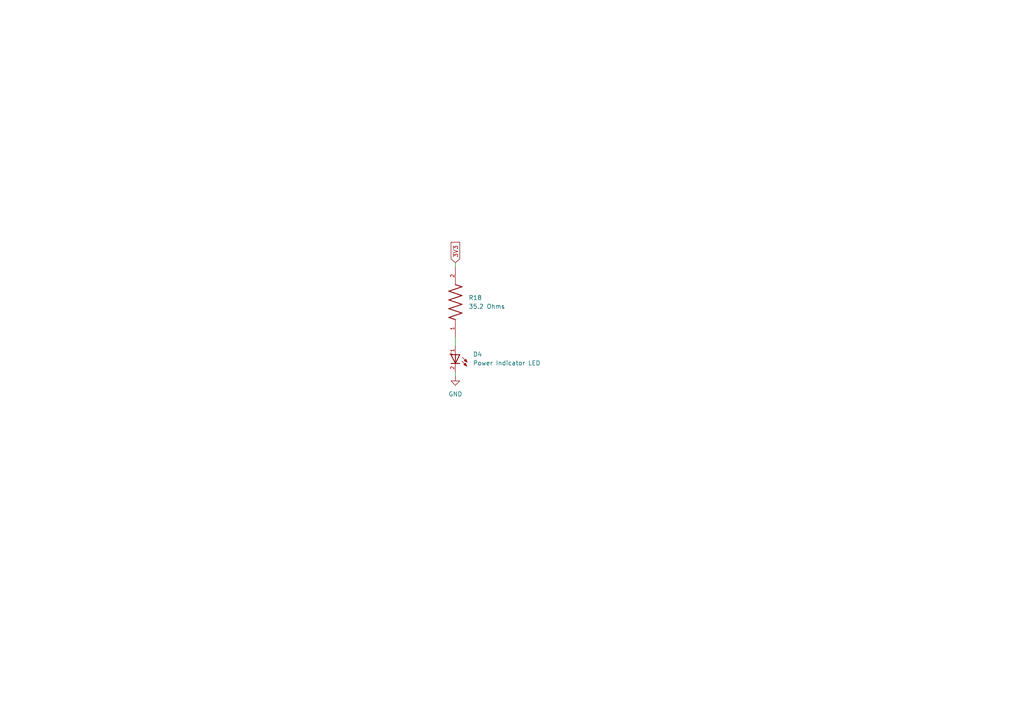
<source format=kicad_sch>
(kicad_sch (version 20250114) (generator "eeschema") (generator_version "9.0")
  (paper "A4")
  (lib_symbols
    (symbol "35.2ohmResistor_RN73R1JTTD35R2B25:RN73R1JTTD35R2B25" (pin_names (offset 1.016))
      (property "Reference" "R" (at -7.6244 2.5415 0))
      (property "Value" "RN73R1JTTD35R2B25" (at -7.63 -5.0866 0))
      (symbol "RN73R1JTTD35R2B25_0_0"
        (polyline (pts (xy -5.08 0) (xy -4.445 1.905)) (stroke (width 0.254)))
        (polyline (pts (xy -4.445 1.905) (xy -3.175 -1.905)) (stroke (width 0.254)))
        (polyline (pts (xy -3.175 -1.905) (xy -1.905 1.905)) (stroke (width 0.254)))
        (polyline (pts (xy -1.905 1.905) (xy -0.635 -1.905)) (stroke (width 0.254)))
        (polyline (pts (xy -0.635 -1.905) (xy 0.635 1.905)) (stroke (width 0.254)))
        (polyline (pts (xy 0.635 1.905) (xy 1.905 -1.905)) (stroke (width 0.254)))
        (polyline (pts (xy 1.905 -1.905) (xy 3.175 1.905)) (stroke (width 0.254)))
        (polyline (pts (xy 3.175 1.905) (xy 4.445 -1.905)) (stroke (width 0.254)))
        (polyline (pts (xy 4.445 -1.905) (xy 5.08 0)) (stroke (width 0.254)))
        (pin passive line (at -10.16 0 0) (length 5.08) (name "~") (number "1"))
        (pin passive line (at 10.16 0 180) (length 5.08) (name "~") (number "2"))
      )
    )
    (symbol "PowerIndicatorLED_WL-TMRC_5MM:WL-TMRC_5MM" (pin_names (offset 1.016))
      (property "Reference" "D" (at -1.396 4.072 0))
      (property "Value" "WL-TMRC_5MM" (at -1.652 -3.436 0))
      (symbol "WL-TMRC_5MM_0_0"
        (polyline (pts (xy -2.54 -1.27) (xy -2.54 1.27)) (stroke (width 0.254)))
        (polyline (pts (xy -2.54 -1.27) (xy 0 0)) (stroke (width 0.254)))
        (polyline (pts (xy -1.778 2.032) (xy -0.381 3.429)) (stroke (width 0.1524)))
        (polyline (pts (xy -0.635 1.905) (xy 0.762 3.302)) (stroke (width 0.1524)))
        (polyline (pts (xy -0.381 3.429) (xy -1.27 3.048) (xy -0.762 2.54) (xy -0.381 3.429)) (stroke (width 0.1524)) (fill (type outline)))
        (polyline (pts (xy 0 0) (xy -2.54 1.27)) (stroke (width 0.254)))
        (polyline (pts (xy 0 0) (xy -2.54 0)) (stroke (width 0.254)))
        (polyline (pts (xy 0 -1.27) (xy 0 1.27)) (stroke (width 0.254)))
        (polyline (pts (xy 0.762 3.302) (xy -0.127 2.921) (xy 0.381 2.413) (xy 0.762 3.302)) (stroke (width 0.1524)) (fill (type outline)))
        (text "+" (at -3.58 -1.34 0) (effects (font (size 1.27 1.27)) (justify left)))
        (pin passive line (at -5.08 0 0) (length 2.54) (name "~") (number "1"))
        (pin passive line (at 2.54 0 180) (length 2.54) (name "~") (number "2"))
      )
    )
    (symbol "power:GND" (power) (pin_numbers (hide yes)) (pin_names (offset 0) (hide yes))
      (property "Value" "GND" (at 0 -3.81 0))
      (symbol "GND_0_1"
        (polyline (pts (xy 0 0) (xy 0 -1.27) (xy 1.27 -1.27) (xy 0 -2.54) (xy -1.27 -1.27) (xy 0 -1.27)))
      )
      (symbol "GND_1_1"
        (pin power_in line (at 0 0 270) (length 0) (name "~") (number "1"))
      )
    )
  )
  (wire (pts (xy 132.08 107.95) (xy 132.08 109.22)))
  (wire (pts (xy 132.08 97.79) (xy 132.08 100.33)))
  (wire (pts (xy 132.08 76.2) (xy 132.08 77.47)))
  (global_label "3V3" (shape input) (at 132.08 76.2 90) (property "Intersheetrefs" "${INTERSHEET_REFS}" (effects (hide yes))))
  (symbol (lib_id "power:GND") (at 132.08 109.22 0) (unit 1)
    (property "Reference" "#PWR018" (effects (hide yes)))
    (property "Value" "GND" (at 132.08 114.3 0))
    (property "Description" "Power symbol creates a global label with name \"GND\" , ground" (effects (hide yes)))
  )
  (symbol (lib_id "PowerIndicatorLED_WL-TMRC_5MM:WL-TMRC_5MM") (at 132.08 105.41 270) (unit 1)
    (property "Reference" "D4" (at 137.16 102.769 90) (effects (justify left)))
    (property "Value" "Power Indicator LED" (at 137.16 105.309 90) (effects (justify left)))
    (property "Footprint" "WL-TMRC_5MM:WL-TMRC_5MM" (effects (hide yes)))
  )
  (symbol (lib_id "35.2ohmResistor_RN73R1JTTD35R2B25:RN73R1JTTD35R2B25") (at 132.08 87.63 90) (unit 1)
    (property "Reference" "R18" (at 135.89 86.3599 90) (effects (justify right)))
    (property "Value" "35.2 Ohms" (at 135.89 88.8999 90) (effects (justify right)))
    (property "Footprint" "RN73R1JTTD35R2B25:RESC1608X55N" (effects (hide yes)))
  )
)
</source>
